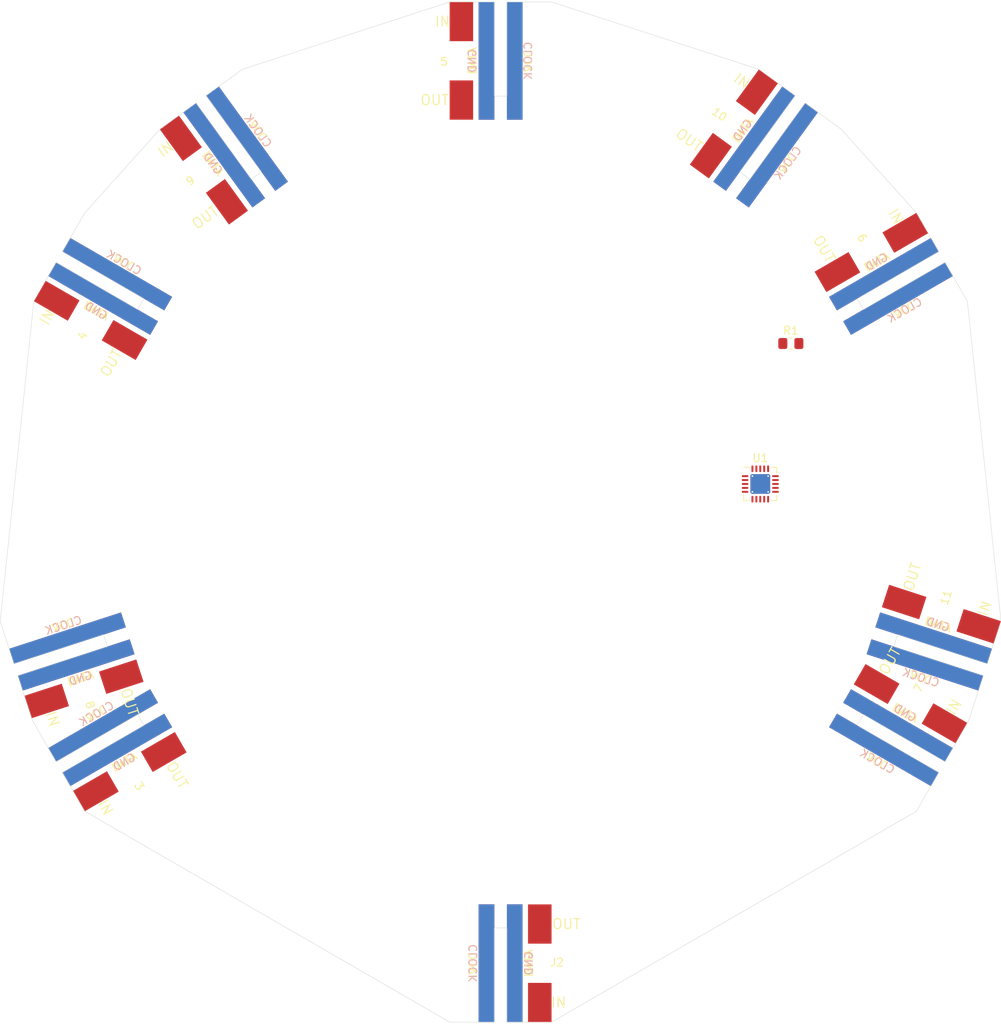
<source format=kicad_pcb>
(kicad_pcb (version 20171130) (host pcbnew 6.0.0-rc1-unknown-r14474-ae6989f3)

  (general
    (thickness 1.6)
    (drawings 9)
    (tracks 0)
    (zones 0)
    (modules 6)
    (nets 21)
  )

  (page A4)
  (layers
    (0 F.Cu signal)
    (31 B.Cu signal)
    (32 B.Adhes user)
    (33 F.Adhes user)
    (34 B.Paste user)
    (35 F.Paste user)
    (36 B.SilkS user)
    (37 F.SilkS user)
    (38 B.Mask user)
    (39 F.Mask user)
    (40 Dwgs.User user)
    (41 Cmts.User user)
    (42 Eco1.User user)
    (43 Eco2.User user)
    (44 Edge.Cuts user)
    (45 Margin user)
    (46 B.CrtYd user)
    (47 F.CrtYd user)
    (48 B.Fab user)
    (49 F.Fab user)
  )

  (setup
    (last_trace_width 0.25)
    (trace_clearance 0.2)
    (zone_clearance 0.508)
    (zone_45_only no)
    (trace_min 0.2)
    (via_size 0.8)
    (via_drill 0.4)
    (via_min_size 0.4)
    (via_min_drill 0.3)
    (uvia_size 0.3)
    (uvia_drill 0.1)
    (uvias_allowed no)
    (uvia_min_size 0.2)
    (uvia_min_drill 0.1)
    (edge_width 0.05)
    (segment_width 0.2)
    (pcb_text_width 0.3)
    (pcb_text_size 1.5 1.5)
    (mod_edge_width 0.12)
    (mod_text_size 1 1)
    (mod_text_width 0.15)
    (pad_size 1.524 1.524)
    (pad_drill 0.762)
    (pad_to_mask_clearance 0.051)
    (solder_mask_min_width 0.25)
    (aux_axis_origin 0 0)
    (visible_elements FFFFFF7F)
    (pcbplotparams
      (layerselection 0x010fc_ffffffff)
      (usegerberextensions false)
      (usegerberattributes false)
      (usegerberadvancedattributes false)
      (creategerberjobfile false)
      (excludeedgelayer true)
      (linewidth 0.100000)
      (plotframeref false)
      (viasonmask false)
      (mode 1)
      (useauxorigin false)
      (hpglpennumber 1)
      (hpglpenspeed 20)
      (hpglpendiameter 15.000000)
      (psnegative false)
      (psa4output false)
      (plotreference true)
      (plotvalue true)
      (plotinvisibletext false)
      (padsonsilk false)
      (subtractmaskfromsilk false)
      (outputformat 1)
      (mirror false)
      (drillshape 1)
      (scaleselection 1)
      (outputdirectory ""))
  )

  (net 0 "")
  (net 1 /Clock)
  (net 2 /Data_Out)
  (net 3 /Data_In)
  (net 4 /Reset)
  (net 5 GND)
  (net 6 +5V)
  (net 7 "Net-(U1-Pad2)")
  (net 8 "Net-(U1-Pad3)")
  (net 9 "Net-(U1-Pad4)")
  (net 10 "Net-(U1-Pad5)")
  (net 11 "Net-(U1-Pad6)")
  (net 12 "Net-(U1-Pad7)")
  (net 13 "Net-(U1-Pad10)")
  (net 14 "Net-(U1-Pad11)")
  (net 15 "Net-(U1-Pad12)")
  (net 16 "Net-(U1-Pad14)")
  (net 17 "Net-(U1-Pad15)")
  (net 18 "Net-(U1-Pad17)")
  (net 19 "Net-(U1-Pad18)")
  (net 20 "Net-(U1-Pad19)")

  (net_class Default "This is the default net class."
    (clearance 0.2)
    (trace_width 0.25)
    (via_dia 0.8)
    (via_drill 0.4)
    (uvia_dia 0.3)
    (uvia_drill 0.1)
    (add_net +5V)
    (add_net /Clock)
    (add_net /Data_In)
    (add_net /Data_Out)
    (add_net /Reset)
    (add_net GND)
    (add_net "Net-(U1-Pad10)")
    (add_net "Net-(U1-Pad11)")
    (add_net "Net-(U1-Pad12)")
    (add_net "Net-(U1-Pad14)")
    (add_net "Net-(U1-Pad15)")
    (add_net "Net-(U1-Pad17)")
    (add_net "Net-(U1-Pad18)")
    (add_net "Net-(U1-Pad19)")
    (add_net "Net-(U1-Pad2)")
    (add_net "Net-(U1-Pad3)")
    (add_net "Net-(U1-Pad4)")
    (add_net "Net-(U1-Pad5)")
    (add_net "Net-(U1-Pad6)")
    (add_net "Net-(U1-Pad7)")
  )

  (module local:Geodesic_Hub_Connector (layer F.Cu) (tedit 5BF502A2) (tstamp 5BF55C7D)
    (at 148.00 170.00 0.00)
    (path /5BFD6EE3)
    (fp_text reference J2 (at 7.2 -7.6 0.00) (layer F.SilkS)
      (effects (font (size 1 1) (thickness 0.15)))
    )
    (fp_text value Base (at 0 -16 0.00) (layer F.Fab)
      (effects (font (size 1 1) (thickness 0.15)))
    )
    (fp_text user IN (at 7.4 -2.5 0.00) (layer F.SilkS)
      (effects (font (size 1.27 1.27) (thickness 0.15)))
    )
    (fp_text user OUT (at 8.4 -12.5 0.00) (layer F.SilkS)
      (effects (font (size 1.27 1.27) (thickness 0.15)))
    )
    (fp_text user VCC (at -3.5 -7.5 90.00) (layer F.SilkS)
      (effects (font (size 1 1) (thickness 0.15)))
    )
    (fp_text user DATA (at 3.6 -7.5 90.00) (layer F.SilkS)
      (effects (font (size 1 1) (thickness 0.15)))
    )
    (fp_text user GND (at 3.6 -7.5 90.00) (layer B.SilkS)
      (effects (font (size 1 1) (thickness 0.15)) (justify mirror))
    )
    (fp_text user CLOCK (at -3.5 -7.5 90.00) (layer B.SilkS)
      (effects (font (size 1 1) (thickness 0.15)) (justify mirror))
    )
    (pad 5 smd rect (at 1.8 -7.5 0.00) (size 2 15) (layers B.Cu B.Paste B.Mask)
      (net 5 GND))
    (pad 4 smd rect (at 5 -12.5 0.00) (size 3 5) (layers F.Cu F.Paste F.Mask)
      (net 2 /Data_Out))
    (pad 3 smd rect (at 5 -2.5 0.00) (size 3 5) (layers F.Cu F.Paste F.Mask)
      (net 3 /Data_In))
    (pad 2 smd rect (at -1.8 -7.5 0.00) (size 2 15) (layers B.Cu B.Paste B.Mask)
      (net 1 /Clock))
    (pad 1 smd rect (at -1.8 -7.5 0.00) (size 2 15) (layers F.Cu F.Paste F.Mask)
      (net 6 +5V))
    (pad 3 smd rect (at 1.8 -7.5 0.00) (size 2 15) (layers F.Cu F.Paste F.Mask)
      (net 3 /Data_In))
  )

  (module local:Geodesic_Hub_Connector (layer F.Cu) (tedit 5BF502A2) (tstamp 5BF55C7D)
    (at 91.71 137.50 300.00)
    (path /5BFD6EE3)
    (fp_text reference 3 (at 7.2 -7.6 300.00) (layer F.SilkS)
      (effects (font (size 1 1) (thickness 0.15)))
    )
    (fp_text value Hexagon (at 0 -16 300.00) (layer F.Fab)
      (effects (font (size 1 1) (thickness 0.15)))
    )
    (fp_text user IN (at 7.4 -2.5 300.00) (layer F.SilkS)
      (effects (font (size 1.27 1.27) (thickness 0.15)))
    )
    (fp_text user OUT (at 8.4 -12.5 300.00) (layer F.SilkS)
      (effects (font (size 1.27 1.27) (thickness 0.15)))
    )
    (fp_text user VCC (at -3.5 -7.5 390.00) (layer F.SilkS)
      (effects (font (size 1 1) (thickness 0.15)))
    )
    (fp_text user DATA (at 3.6 -7.5 390.00) (layer F.SilkS)
      (effects (font (size 1 1) (thickness 0.15)))
    )
    (fp_text user GND (at 3.6 -7.5 390.00) (layer B.SilkS)
      (effects (font (size 1 1) (thickness 0.15)) (justify mirror))
    )
    (fp_text user CLOCK (at -3.5 -7.5 390.00) (layer B.SilkS)
      (effects (font (size 1 1) (thickness 0.15)) (justify mirror))
    )
    (pad 5 smd rect (at 1.8 -7.5 300.00) (size 2 15) (layers B.Cu B.Paste B.Mask)
      (net 5 GND))
    (pad 4 smd rect (at 5 -12.5 300.00) (size 3 5) (layers F.Cu F.Paste F.Mask)
      (net 2 /Data_Out))
    (pad 3 smd rect (at 5 -2.5 300.00) (size 3 5) (layers F.Cu F.Paste F.Mask)
      (net 3 /Data_In))
    (pad 2 smd rect (at -1.8 -7.5 300.00) (size 2 15) (layers B.Cu B.Paste B.Mask)
      (net 1 /Clock))
    (pad 1 smd rect (at -1.8 -7.5 300.00) (size 2 15) (layers F.Cu F.Paste F.Mask)
      (net 6 +5V))
    (pad 3 smd rect (at 1.8 -7.5 300.00) (size 2 15) (layers F.Cu F.Paste F.Mask)
      (net 3 /Data_In))
  )

  (module local:Geodesic_Hub_Connector (layer F.Cu) (tedit 5BF502A2) (tstamp 5BF55C7D)
    (at 91.71 72.50 240.00)
    (path /5BFD6EE3)
    (fp_text reference 4 (at 7.2 -7.6 240.00) (layer F.SilkS)
      (effects (font (size 1 1) (thickness 0.15)))
    )
    (fp_text value Hexagon (at 0 -16 240.00) (layer F.Fab)
      (effects (font (size 1 1) (thickness 0.15)))
    )
    (fp_text user IN (at 7.4 -2.5 240.00) (layer F.SilkS)
      (effects (font (size 1.27 1.27) (thickness 0.15)))
    )
    (fp_text user OUT (at 8.4 -12.5 240.00) (layer F.SilkS)
      (effects (font (size 1.27 1.27) (thickness 0.15)))
    )
    (fp_text user VCC (at -3.5 -7.5 330.00) (layer F.SilkS)
      (effects (font (size 1 1) (thickness 0.15)))
    )
    (fp_text user DATA (at 3.6 -7.5 330.00) (layer F.SilkS)
      (effects (font (size 1 1) (thickness 0.15)))
    )
    (fp_text user GND (at 3.6 -7.5 330.00) (layer B.SilkS)
      (effects (font (size 1 1) (thickness 0.15)) (justify mirror))
    )
    (fp_text user CLOCK (at -3.5 -7.5 330.00) (layer B.SilkS)
      (effects (font (size 1 1) (thickness 0.15)) (justify mirror))
    )
    (pad 5 smd rect (at 1.8 -7.5 240.00) (size 2 15) (layers B.Cu B.Paste B.Mask)
      (net 5 GND))
    (pad 4 smd rect (at 5 -12.5 240.00) (size 3 5) (layers F.Cu F.Paste F.Mask)
      (net 2 /Data_Out))
    (pad 3 smd rect (at 5 -2.5 240.00) (size 3 5) (layers F.Cu F.Paste F.Mask)
      (net 3 /Data_In))
    (pad 2 smd rect (at -1.8 -7.5 240.00) (size 2 15) (layers B.Cu B.Paste B.Mask)
      (net 1 /Clock))
    (pad 1 smd rect (at -1.8 -7.5 240.00) (size 2 15) (layers F.Cu F.Paste F.Mask)
      (net 6 +5V))
    (pad 3 smd rect (at 1.8 -7.5 240.00) (size 2 15) (layers F.Cu F.Paste F.Mask)
      (net 3 /Data_In))
  )

  (module local:Geodesic_Hub_Connector (layer F.Cu) (tedit 5BF502A2) (tstamp 5BF55C7D)
    (at 148.00 40.00 180.00)
    (path /5BFD6EE3)
    (fp_text reference 5 (at 7.2 -7.6 180.00) (layer F.SilkS)
      (effects (font (size 1 1) (thickness 0.15)))
    )
    (fp_text value Hexagon (at 0 -16 180.00) (layer F.Fab)
      (effects (font (size 1 1) (thickness 0.15)))
    )
    (fp_text user IN (at 7.4 -2.5 180.00) (layer F.SilkS)
      (effects (font (size 1.27 1.27) (thickness 0.15)))
    )
    (fp_text user OUT (at 8.4 -12.5 180.00) (layer F.SilkS)
      (effects (font (size 1.27 1.27) (thickness 0.15)))
    )
    (fp_text user VCC (at -3.5 -7.5 270.00) (layer F.SilkS)
      (effects (font (size 1 1) (thickness 0.15)))
    )
    (fp_text user DATA (at 3.6 -7.5 270.00) (layer F.SilkS)
      (effects (font (size 1 1) (thickness 0.15)))
    )
    (fp_text user GND (at 3.6 -7.5 270.00) (layer B.SilkS)
      (effects (font (size 1 1) (thickness 0.15)) (justify mirror))
    )
    (fp_text user CLOCK (at -3.5 -7.5 270.00) (layer B.SilkS)
      (effects (font (size 1 1) (thickness 0.15)) (justify mirror))
    )
    (pad 5 smd rect (at 1.8 -7.5 180.00) (size 2 15) (layers B.Cu B.Paste B.Mask)
      (net 5 GND))
    (pad 4 smd rect (at 5 -12.5 180.00) (size 3 5) (layers F.Cu F.Paste F.Mask)
      (net 2 /Data_Out))
    (pad 3 smd rect (at 5 -2.5 180.00) (size 3 5) (layers F.Cu F.Paste F.Mask)
      (net 3 /Data_In))
    (pad 2 smd rect (at -1.8 -7.5 180.00) (size 2 15) (layers B.Cu B.Paste B.Mask)
      (net 1 /Clock))
    (pad 1 smd rect (at -1.8 -7.5 180.00) (size 2 15) (layers F.Cu F.Paste F.Mask)
      (net 6 +5V))
    (pad 3 smd rect (at 1.8 -7.5 180.00) (size 2 15) (layers F.Cu F.Paste F.Mask)
      (net 3 /Data_In))
  )

  (module local:Geodesic_Hub_Connector (layer F.Cu) (tedit 5BF502A2) (tstamp 5BF55C7D)
    (at 204.29 72.50 120.00)
    (path /5BFD6EE3)
    (fp_text reference 6 (at 7.2 -7.6 120.00) (layer F.SilkS)
      (effects (font (size 1 1) (thickness 0.15)))
    )
    (fp_text value Hexagon (at 0 -16 120.00) (layer F.Fab)
      (effects (font (size 1 1) (thickness 0.15)))
    )
    (fp_text user IN (at 7.4 -2.5 120.00) (layer F.SilkS)
      (effects (font (size 1.27 1.27) (thickness 0.15)))
    )
    (fp_text user OUT (at 8.4 -12.5 120.00) (layer F.SilkS)
      (effects (font (size 1.27 1.27) (thickness 0.15)))
    )
    (fp_text user VCC (at -3.5 -7.5 210.00) (layer F.SilkS)
      (effects (font (size 1 1) (thickness 0.15)))
    )
    (fp_text user DATA (at 3.6 -7.5 210.00) (layer F.SilkS)
      (effects (font (size 1 1) (thickness 0.15)))
    )
    (fp_text user GND (at 3.6 -7.5 210.00) (layer B.SilkS)
      (effects (font (size 1 1) (thickness 0.15)) (justify mirror))
    )
    (fp_text user CLOCK (at -3.5 -7.5 210.00) (layer B.SilkS)
      (effects (font (size 1 1) (thickness 0.15)) (justify mirror))
    )
    (pad 5 smd rect (at 1.8 -7.5 120.00) (size 2 15) (layers B.Cu B.Paste B.Mask)
      (net 5 GND))
    (pad 4 smd rect (at 5 -12.5 120.00) (size 3 5) (layers F.Cu F.Paste F.Mask)
      (net 2 /Data_Out))
    (pad 3 smd rect (at 5 -2.5 120.00) (size 3 5) (layers F.Cu F.Paste F.Mask)
      (net 3 /Data_In))
    (pad 2 smd rect (at -1.8 -7.5 120.00) (size 2 15) (layers B.Cu B.Paste B.Mask)
      (net 1 /Clock))
    (pad 1 smd rect (at -1.8 -7.5 120.00) (size 2 15) (layers F.Cu F.Paste F.Mask)
      (net 6 +5V))
    (pad 3 smd rect (at 1.8 -7.5 120.00) (size 2 15) (layers F.Cu F.Paste F.Mask)
      (net 3 /Data_In))
  )

  (module local:Geodesic_Hub_Connector (layer F.Cu) (tedit 5BF502A2) (tstamp 5BF55C7D)
    (at 204.29 137.50 60.00)
    (path /5BFD6EE3)
    (fp_text reference 7 (at 7.2 -7.6 60.00) (layer F.SilkS)
      (effects (font (size 1 1) (thickness 0.15)))
    )
    (fp_text value Hexagon (at 0 -16 60.00) (layer F.Fab)
      (effects (font (size 1 1) (thickness 0.15)))
    )
    (fp_text user IN (at 7.4 -2.5 60.00) (layer F.SilkS)
      (effects (font (size 1.27 1.27) (thickness 0.15)))
    )
    (fp_text user OUT (at 8.4 -12.5 60.00) (layer F.SilkS)
      (effects (font (size 1.27 1.27) (thickness 0.15)))
    )
    (fp_text user VCC (at -3.5 -7.5 150.00) (layer F.SilkS)
      (effects (font (size 1 1) (thickness 0.15)))
    )
    (fp_text user DATA (at 3.6 -7.5 150.00) (layer F.SilkS)
      (effects (font (size 1 1) (thickness 0.15)))
    )
    (fp_text user GND (at 3.6 -7.5 150.00) (layer B.SilkS)
      (effects (font (size 1 1) (thickness 0.15)) (justify mirror))
    )
    (fp_text user CLOCK (at -3.5 -7.5 150.00) (layer B.SilkS)
      (effects (font (size 1 1) (thickness 0.15)) (justify mirror))
    )
    (pad 5 smd rect (at 1.8 -7.5 60.00) (size 2 15) (layers B.Cu B.Paste B.Mask)
      (net 5 GND))
    (pad 4 smd rect (at 5 -12.5 60.00) (size 3 5) (layers F.Cu F.Paste F.Mask)
      (net 2 /Data_Out))
    (pad 3 smd rect (at 5 -2.5 60.00) (size 3 5) (layers F.Cu F.Paste F.Mask)
      (net 3 /Data_In))
    (pad 2 smd rect (at -1.8 -7.5 60.00) (size 2 15) (layers B.Cu B.Paste B.Mask)
      (net 1 /Clock))
    (pad 1 smd rect (at -1.8 -7.5 60.00) (size 2 15) (layers F.Cu F.Paste F.Mask)
      (net 6 +5V))
    (pad 3 smd rect (at 1.8 -7.5 60.00) (size 2 15) (layers F.Cu F.Paste F.Mask)
      (net 3 /Data_In))
  )

  (module local:Geodesic_Hub_Connector (layer F.Cu) (tedit 5BF502A2) (tstamp 5BF55C7D)
    (at 86.18 125.09 288.00)
    (path /5BFD6EE3)
    (fp_text reference 8 (at 7.2 -7.6 288.00) (layer F.SilkS)
      (effects (font (size 1 1) (thickness 0.15)))
    )
    (fp_text value Pentagon (at 0 -16 288.00) (layer F.Fab)
      (effects (font (size 1 1) (thickness 0.15)))
    )
    (fp_text user IN (at 7.4 -2.5 288.00) (layer F.SilkS)
      (effects (font (size 1.27 1.27) (thickness 0.15)))
    )
    (fp_text user OUT (at 8.4 -12.5 288.00) (layer F.SilkS)
      (effects (font (size 1.27 1.27) (thickness 0.15)))
    )
    (fp_text user VCC (at -3.5 -7.5 378.00) (layer F.SilkS)
      (effects (font (size 1 1) (thickness 0.15)))
    )
    (fp_text user DATA (at 3.6 -7.5 378.00) (layer F.SilkS)
      (effects (font (size 1 1) (thickness 0.15)))
    )
    (fp_text user GND (at 3.6 -7.5 378.00) (layer B.SilkS)
      (effects (font (size 1 1) (thickness 0.15)) (justify mirror))
    )
    (fp_text user CLOCK (at -3.5 -7.5 378.00) (layer B.SilkS)
      (effects (font (size 1 1) (thickness 0.15)) (justify mirror))
    )
    (pad 5 smd rect (at 1.8 -7.5 288.00) (size 2 15) (layers B.Cu B.Paste B.Mask)
      (net 5 GND))
    (pad 4 smd rect (at 5 -12.5 288.00) (size 3 5) (layers F.Cu F.Paste F.Mask)
      (net 2 /Data_Out))
    (pad 3 smd rect (at 5 -2.5 288.00) (size 3 5) (layers F.Cu F.Paste F.Mask)
      (net 3 /Data_In))
    (pad 2 smd rect (at -1.8 -7.5 288.00) (size 2 15) (layers B.Cu B.Paste B.Mask)
      (net 1 /Clock))
    (pad 1 smd rect (at -1.8 -7.5 288.00) (size 2 15) (layers F.Cu F.Paste F.Mask)
      (net 6 +5V))
    (pad 3 smd rect (at 1.8 -7.5 288.00) (size 2 15) (layers F.Cu F.Paste F.Mask)
      (net 3 /Data_In))
  )

  (module local:Geodesic_Hub_Connector (layer F.Cu) (tedit 5BF502A2) (tstamp 5BF55C7D)
    (at 109.79 52.41 216.00)
    (path /5BFD6EE3)
    (fp_text reference 9 (at 7.2 -7.6 216.00) (layer F.SilkS)
      (effects (font (size 1 1) (thickness 0.15)))
    )
    (fp_text value Pentagon (at 0 -16 216.00) (layer F.Fab)
      (effects (font (size 1 1) (thickness 0.15)))
    )
    (fp_text user IN (at 7.4 -2.5 216.00) (layer F.SilkS)
      (effects (font (size 1.27 1.27) (thickness 0.15)))
    )
    (fp_text user OUT (at 8.4 -12.5 216.00) (layer F.SilkS)
      (effects (font (size 1.27 1.27) (thickness 0.15)))
    )
    (fp_text user VCC (at -3.5 -7.5 306.00) (layer F.SilkS)
      (effects (font (size 1 1) (thickness 0.15)))
    )
    (fp_text user DATA (at 3.6 -7.5 306.00) (layer F.SilkS)
      (effects (font (size 1 1) (thickness 0.15)))
    )
    (fp_text user GND (at 3.6 -7.5 306.00) (layer B.SilkS)
      (effects (font (size 1 1) (thickness 0.15)) (justify mirror))
    )
    (fp_text user CLOCK (at -3.5 -7.5 306.00) (layer B.SilkS)
      (effects (font (size 1 1) (thickness 0.15)) (justify mirror))
    )
    (pad 5 smd rect (at 1.8 -7.5 216.00) (size 2 15) (layers B.Cu B.Paste B.Mask)
      (net 5 GND))
    (pad 4 smd rect (at 5 -12.5 216.00) (size 3 5) (layers F.Cu F.Paste F.Mask)
      (net 2 /Data_Out))
    (pad 3 smd rect (at 5 -2.5 216.00) (size 3 5) (layers F.Cu F.Paste F.Mask)
      (net 3 /Data_In))
    (pad 2 smd rect (at -1.8 -7.5 216.00) (size 2 15) (layers B.Cu B.Paste B.Mask)
      (net 1 /Clock))
    (pad 1 smd rect (at -1.8 -7.5 216.00) (size 2 15) (layers F.Cu F.Paste F.Mask)
      (net 6 +5V))
    (pad 3 smd rect (at 1.8 -7.5 216.00) (size 2 15) (layers F.Cu F.Paste F.Mask)
      (net 3 /Data_In))
  )

  (module local:Geodesic_Hub_Connector (layer F.Cu) (tedit 5BF502A2) (tstamp 5BF55C7D)
    (at 186.21 52.41 144.00)
    (path /5BFD6EE3)
    (fp_text reference 10 (at 7.2 -7.6 144.00) (layer F.SilkS)
      (effects (font (size 1 1) (thickness 0.15)))
    )
    (fp_text value Pentagon (at 0 -16 144.00) (layer F.Fab)
      (effects (font (size 1 1) (thickness 0.15)))
    )
    (fp_text user IN (at 7.4 -2.5 144.00) (layer F.SilkS)
      (effects (font (size 1.27 1.27) (thickness 0.15)))
    )
    (fp_text user OUT (at 8.4 -12.5 144.00) (layer F.SilkS)
      (effects (font (size 1.27 1.27) (thickness 0.15)))
    )
    (fp_text user VCC (at -3.5 -7.5 234.00) (layer F.SilkS)
      (effects (font (size 1 1) (thickness 0.15)))
    )
    (fp_text user DATA (at 3.6 -7.5 234.00) (layer F.SilkS)
      (effects (font (size 1 1) (thickness 0.15)))
    )
    (fp_text user GND (at 3.6 -7.5 234.00) (layer B.SilkS)
      (effects (font (size 1 1) (thickness 0.15)) (justify mirror))
    )
    (fp_text user CLOCK (at -3.5 -7.5 234.00) (layer B.SilkS)
      (effects (font (size 1 1) (thickness 0.15)) (justify mirror))
    )
    (pad 5 smd rect (at 1.8 -7.5 144.00) (size 2 15) (layers B.Cu B.Paste B.Mask)
      (net 5 GND))
    (pad 4 smd rect (at 5 -12.5 144.00) (size 3 5) (layers F.Cu F.Paste F.Mask)
      (net 2 /Data_Out))
    (pad 3 smd rect (at 5 -2.5 144.00) (size 3 5) (layers F.Cu F.Paste F.Mask)
      (net 3 /Data_In))
    (pad 2 smd rect (at -1.8 -7.5 144.00) (size 2 15) (layers B.Cu B.Paste B.Mask)
      (net 1 /Clock))
    (pad 1 smd rect (at -1.8 -7.5 144.00) (size 2 15) (layers F.Cu F.Paste F.Mask)
      (net 6 +5V))
    (pad 3 smd rect (at 1.8 -7.5 144.00) (size 2 15) (layers F.Cu F.Paste F.Mask)
      (net 3 /Data_In))
  )

  (module local:Geodesic_Hub_Connector (layer F.Cu) (tedit 5BF502A2) (tstamp 5BF55C7D)
    (at 209.82 125.09 72.00)
    (path /5BFD6EE3)
    (fp_text reference 11 (at 7.2 -7.6 72.00) (layer F.SilkS)
      (effects (font (size 1 1) (thickness 0.15)))
    )
    (fp_text value Pentagon (at 0 -16 72.00) (layer F.Fab)
      (effects (font (size 1 1) (thickness 0.15)))
    )
    (fp_text user IN (at 7.4 -2.5 72.00) (layer F.SilkS)
      (effects (font (size 1.27 1.27) (thickness 0.15)))
    )
    (fp_text user OUT (at 8.4 -12.5 72.00) (layer F.SilkS)
      (effects (font (size 1.27 1.27) (thickness 0.15)))
    )
    (fp_text user VCC (at -3.5 -7.5 162.00) (layer F.SilkS)
      (effects (font (size 1 1) (thickness 0.15)))
    )
    (fp_text user DATA (at 3.6 -7.5 162.00) (layer F.SilkS)
      (effects (font (size 1 1) (thickness 0.15)))
    )
    (fp_text user GND (at 3.6 -7.5 162.00) (layer B.SilkS)
      (effects (font (size 1 1) (thickness 0.15)) (justify mirror))
    )
    (fp_text user CLOCK (at -3.5 -7.5 162.00) (layer B.SilkS)
      (effects (font (size 1 1) (thickness 0.15)) (justify mirror))
    )
    (pad 5 smd rect (at 1.8 -7.5 72.00) (size 2 15) (layers B.Cu B.Paste B.Mask)
      (net 5 GND))
    (pad 4 smd rect (at 5 -12.5 72.00) (size 3 5) (layers F.Cu F.Paste F.Mask)
      (net 2 /Data_Out))
    (pad 3 smd rect (at 5 -2.5 72.00) (size 3 5) (layers F.Cu F.Paste F.Mask)
      (net 3 /Data_In))
    (pad 2 smd rect (at -1.8 -7.5 72.00) (size 2 15) (layers B.Cu B.Paste B.Mask)
      (net 1 /Clock))
    (pad 1 smd rect (at -1.8 -7.5 72.00) (size 2 15) (layers F.Cu F.Paste F.Mask)
      (net 6 +5V))
    (pad 3 smd rect (at 1.8 -7.5 72.00) (size 2 15) (layers F.Cu F.Paste F.Mask)
      (net 3 /Data_In))
  )

  (gr_line (start 94.96 143.13) (end 141.50 170.00) (layer Edge.Cuts) (width 0.05))
  (gr_line (start 141.50 170.00) (end 147.20 170.00) (layer Edge.Cuts) (width 0.05))
  (gr_line (start 147.20 170.00) (end 147.20 158.00) (layer Edge.Cuts) (width 0.05))
  (gr_line (start 147.20 158.00) (end 148.80 158.00) (layer Edge.Cuts) (width 0.05))
  (gr_line (start 148.80 158.00) (end 148.80 170.00) (layer Edge.Cuts) (width 0.05))
  (gr_line (start 148.80 170.00) (end 154.50 170.00) (layer Edge.Cuts) (width 0.05))
  (gr_line (start 154.50 170.00) (end 201.04 143.13) (layer Edge.Cuts) (width 0.05))
  (gr_line (start 201.04 143.13) (end 203.89 138.19) (layer Edge.Cuts) (width 0.05))
  (gr_line (start 203.89 138.19) (end 193.50 132.19) (layer Edge.Cuts) (width 0.05))
  (gr_line (start 193.50 132.19) (end 194.30 130.81) (layer Edge.Cuts) (width 0.05))
  (gr_line (start 194.30 130.81) (end 204.69 136.81) (layer Edge.Cuts) (width 0.05))
  (gr_line (start 204.69 136.81) (end 207.54 131.87) (layer Edge.Cuts) (width 0.05))
  (gr_line (start 207.54 131.87) (end 207.81 131.27) (layer Edge.Cuts) (width 0.05))
  (gr_line (start 207.81 131.27) (end 209.57 125.85) (layer Edge.Cuts) (width 0.05))
  (gr_line (start 209.57 125.85) (end 198.16 122.14) (layer Edge.Cuts) (width 0.05))
  (gr_line (start 198.16 122.14) (end 198.65 120.62) (layer Edge.Cuts) (width 0.05))
  (gr_line (start 198.65 120.62) (end 210.07 124.33) (layer Edge.Cuts) (width 0.05))
  (gr_line (start 210.07 124.33) (end 211.83 118.90) (layer Edge.Cuts) (width 0.05))
  (gr_line (start 211.83 118.90) (end 207.54 78.13) (layer Edge.Cuts) (width 0.05))
  (gr_line (start 207.54 78.13) (end 204.69 73.19) (layer Edge.Cuts) (width 0.05))
  (gr_line (start 204.69 73.19) (end 194.30 79.19) (layer Edge.Cuts) (width 0.05))
  (gr_line (start 194.30 79.19) (end 193.50 77.81) (layer Edge.Cuts) (width 0.05))
  (gr_line (start 193.50 77.81) (end 203.89 71.81) (layer Edge.Cuts) (width 0.05))
  (gr_line (start 203.89 71.81) (end 201.04 66.87) (layer Edge.Cuts) (width 0.05))
  (gr_line (start 201.04 66.87) (end 191.46 56.23) (layer Edge.Cuts) (width 0.05))
  (gr_line (start 191.46 56.23) (end 186.85 52.88) (layer Edge.Cuts) (width 0.05))
  (gr_line (start 186.85 52.88) (end 179.80 62.59) (layer Edge.Cuts) (width 0.05))
  (gr_line (start 179.80 62.59) (end 178.51 61.65) (layer Edge.Cuts) (width 0.05))
  (gr_line (start 178.51 61.65) (end 185.56 51.94) (layer Edge.Cuts) (width 0.05))
  (gr_line (start 185.56 51.94) (end 180.95 48.59) (layer Edge.Cuts) (width 0.05))
  (gr_line (start 180.95 48.59) (end 154.50 40.00) (layer Edge.Cuts) (width 0.05))
  (gr_line (start 154.50 40.00) (end 148.80 40.00) (layer Edge.Cuts) (width 0.05))
  (gr_line (start 148.80 40.00) (end 148.80 52.00) (layer Edge.Cuts) (width 0.05))
  (gr_line (start 148.80 52.00) (end 147.20 52.00) (layer Edge.Cuts) (width 0.05))
  (gr_line (start 147.20 52.00) (end 147.20 40.00) (layer Edge.Cuts) (width 0.05))
  (gr_line (start 147.20 40.00) (end 141.50 40.00) (layer Edge.Cuts) (width 0.05))
  (gr_line (start 141.50 40.00) (end 115.05 48.59) (layer Edge.Cuts) (width 0.05))
  (gr_line (start 115.05 48.59) (end 110.44 51.94) (layer Edge.Cuts) (width 0.05))
  (gr_line (start 110.44 51.94) (end 117.49 61.65) (layer Edge.Cuts) (width 0.05))
  (gr_line (start 117.49 61.65) (end 116.20 62.59) (layer Edge.Cuts) (width 0.05))
  (gr_line (start 116.20 62.59) (end 109.15 52.88) (layer Edge.Cuts) (width 0.05))
  (gr_line (start 109.15 52.88) (end 104.54 56.23) (layer Edge.Cuts) (width 0.05))
  (gr_line (start 104.54 56.23) (end 94.96 66.87) (layer Edge.Cuts) (width 0.05))
  (gr_line (start 94.96 66.87) (end 92.11 71.81) (layer Edge.Cuts) (width 0.05))
  (gr_line (start 92.11 71.81) (end 102.50 77.81) (layer Edge.Cuts) (width 0.05))
  (gr_line (start 102.50 77.81) (end 101.70 79.19) (layer Edge.Cuts) (width 0.05))
  (gr_line (start 101.70 79.19) (end 91.31 73.19) (layer Edge.Cuts) (width 0.05))
  (gr_line (start 91.31 73.19) (end 88.46 78.13) (layer Edge.Cuts) (width 0.05))
  (gr_line (start 88.46 78.13) (end 84.17 118.90) (layer Edge.Cuts) (width 0.05))
  (gr_line (start 84.17 118.90) (end 85.93 124.33) (layer Edge.Cuts) (width 0.05))
  (gr_line (start 85.93 124.33) (end 97.35 120.62) (layer Edge.Cuts) (width 0.05))
  (gr_line (start 97.35 120.62) (end 97.84 122.14) (layer Edge.Cuts) (width 0.05))
  (gr_line (start 97.84 122.14) (end 86.43 125.85) (layer Edge.Cuts) (width 0.05))
  (gr_line (start 86.43 125.85) (end 88.19 131.27) (layer Edge.Cuts) (width 0.05))
  (gr_line (start 88.19 131.27) (end 88.46 131.87) (layer Edge.Cuts) (width 0.05))
  (gr_line (start 88.46 131.87) (end 91.31 136.81) (layer Edge.Cuts) (width 0.05))
  (gr_line (start 91.31 136.81) (end 101.70 130.81) (layer Edge.Cuts) (width 0.05))
  (gr_line (start 101.70 130.81) (end 102.50 132.19) (layer Edge.Cuts) (width 0.05))
  (gr_line (start 102.50 132.19) (end 92.11 138.19) (layer Edge.Cuts) (width 0.05))
  (gr_line (start 92.11 138.19) (end 94.96 143.13) (layer Edge.Cuts) (width 0.05))


  (module Resistor_SMD:R_0805_2012Metric_Pad1.15x1.40mm_HandSolder (layer F.Cu) (tedit 5B36C52B) (tstamp 5BF55C8E)
    (at 185.025001 83.525001)
    (descr "Resistor SMD 0805 (2012 Metric), square (rectangular) end terminal, IPC_7351 nominal with elongated pad for handsoldering. (Body size source: https://docs.google.com/spreadsheets/d/1BsfQQcO9C6DZCsRaXUlFlo91Tg2WpOkGARC1WS5S8t0/edit?usp=sharing), generated with kicad-footprint-generator")
    (tags "resistor handsolder")
    (path /5BF9F6A4)
    (attr smd)
    (fp_text reference R1 (at 0 -1.65) (layer F.SilkS)
      (effects (font (size 1 1) (thickness 0.15)))
    )
    (fp_text value 1k (at 0 1.65) (layer F.Fab)
      (effects (font (size 1 1) (thickness 0.15)))
    )
    (fp_line (start -1 0.6) (end -1 -0.6) (layer F.Fab) (width 0.1))
    (fp_line (start -1 -0.6) (end 1 -0.6) (layer F.Fab) (width 0.1))
    (fp_line (start 1 -0.6) (end 1 0.6) (layer F.Fab) (width 0.1))
    (fp_line (start 1 0.6) (end -1 0.6) (layer F.Fab) (width 0.1))
    (fp_line (start -0.261252 -0.71) (end 0.261252 -0.71) (layer F.SilkS) (width 0.12))
    (fp_line (start -0.261252 0.71) (end 0.261252 0.71) (layer F.SilkS) (width 0.12))
    (fp_line (start -1.85 0.95) (end -1.85 -0.95) (layer F.CrtYd) (width 0.05))
    (fp_line (start -1.85 -0.95) (end 1.85 -0.95) (layer F.CrtYd) (width 0.05))
    (fp_line (start 1.85 -0.95) (end 1.85 0.95) (layer F.CrtYd) (width 0.05))
    (fp_line (start 1.85 0.95) (end -1.85 0.95) (layer F.CrtYd) (width 0.05))
    (fp_text user %R (at 0 0) (layer F.Fab)
      (effects (font (size 0.5 0.5) (thickness 0.08)))
    )
    (pad 1 smd roundrect (at -1.025 0) (size 1.15 1.4) (layers F.Cu F.Paste F.Mask) (roundrect_rratio 0.217391)
      (net 6 +5V))
    (pad 2 smd roundrect (at 1.025 0) (size 1.15 1.4) (layers F.Cu F.Paste F.Mask) (roundrect_rratio 0.217391)
      (net 4 /Reset))
    (model ${KISYS3DMOD}/Resistor_SMD.3dshapes/R_0805_2012Metric.wrl
      (at (xyz 0 0 0))
      (scale (xyz 1 1 1))
      (rotate (xyz 0 0 0))
    )
  )

  (module Package_DFN_QFN:QFN-20-1EP_4x4mm_P0.5mm_EP2.5x2.5mm_ThermalVias (layer F.Cu) (tedit 5B4E6D2C) (tstamp 5BF55CC1)
    (at 181.125001 101.425001)
    (descr "QFN, 20 Pin (http://ww1.microchip.com/downloads/en/PackagingSpec/00000049BQ.pdf (Page 274)), generated with kicad-footprint-generator ipc_dfn_qfn_generator.py")
    (tags "QFN DFN_QFN")
    (path /5BF4EA8C)
    (attr smd)
    (fp_text reference U1 (at 0 -3.3) (layer F.SilkS)
      (effects (font (size 1 1) (thickness 0.15)))
    )
    (fp_text value ATtiny24A-MU (at 0 3.3) (layer F.Fab)
      (effects (font (size 1 1) (thickness 0.15)))
    )
    (fp_line (start 1.385 -2.11) (end 2.11 -2.11) (layer F.SilkS) (width 0.12))
    (fp_line (start 2.11 -2.11) (end 2.11 -1.385) (layer F.SilkS) (width 0.12))
    (fp_line (start -1.385 2.11) (end -2.11 2.11) (layer F.SilkS) (width 0.12))
    (fp_line (start -2.11 2.11) (end -2.11 1.385) (layer F.SilkS) (width 0.12))
    (fp_line (start 1.385 2.11) (end 2.11 2.11) (layer F.SilkS) (width 0.12))
    (fp_line (start 2.11 2.11) (end 2.11 1.385) (layer F.SilkS) (width 0.12))
    (fp_line (start -1.385 -2.11) (end -2.11 -2.11) (layer F.SilkS) (width 0.12))
    (fp_line (start -1 -2) (end 2 -2) (layer F.Fab) (width 0.1))
    (fp_line (start 2 -2) (end 2 2) (layer F.Fab) (width 0.1))
    (fp_line (start 2 2) (end -2 2) (layer F.Fab) (width 0.1))
    (fp_line (start -2 2) (end -2 -1) (layer F.Fab) (width 0.1))
    (fp_line (start -2 -1) (end -1 -2) (layer F.Fab) (width 0.1))
    (fp_line (start -2.6 -2.6) (end -2.6 2.6) (layer F.CrtYd) (width 0.05))
    (fp_line (start -2.6 2.6) (end 2.6 2.6) (layer F.CrtYd) (width 0.05))
    (fp_line (start 2.6 2.6) (end 2.6 -2.6) (layer F.CrtYd) (width 0.05))
    (fp_line (start 2.6 -2.6) (end -2.6 -2.6) (layer F.CrtYd) (width 0.05))
    (fp_text user %R (at 0 0) (layer F.Fab)
      (effects (font (size 1 1) (thickness 0.15)))
    )
    (pad 21 smd roundrect (at 0 0) (size 2.5 2.5) (layers F.Cu F.Mask) (roundrect_rratio 0.1)
      (net 5 GND))
    (pad 21 thru_hole circle (at -1 -1) (size 0.5 0.5) (drill 0.2) (layers *.Cu)
      (net 5 GND))
    (pad 21 thru_hole circle (at 1 -1) (size 0.5 0.5) (drill 0.2) (layers *.Cu)
      (net 5 GND))
    (pad 21 thru_hole circle (at -1 1) (size 0.5 0.5) (drill 0.2) (layers *.Cu)
      (net 5 GND))
    (pad 21 thru_hole circle (at 1 1) (size 0.5 0.5) (drill 0.2) (layers *.Cu)
      (net 5 GND))
    (pad 21 smd roundrect (at 0 0) (size 2.5 2.5) (layers B.Cu) (roundrect_rratio 0.1)
      (net 5 GND))
    (pad "" smd roundrect (at -0.625 -0.625) (size 1.08 1.08) (layers F.Paste) (roundrect_rratio 0.231481))
    (pad "" smd roundrect (at -0.625 0.625) (size 1.08 1.08) (layers F.Paste) (roundrect_rratio 0.231481))
    (pad "" smd roundrect (at 0.625 -0.625) (size 1.08 1.08) (layers F.Paste) (roundrect_rratio 0.231481))
    (pad "" smd roundrect (at 0.625 0.625) (size 1.08 1.08) (layers F.Paste) (roundrect_rratio 0.231481))
    (pad 1 smd roundrect (at -1.9375 -1) (size 0.825 0.25) (layers F.Cu F.Paste F.Mask) (roundrect_rratio 0.25)
      (net 1 /Clock))
    (pad 2 smd roundrect (at -1.9375 -0.5) (size 0.825 0.25) (layers F.Cu F.Paste F.Mask) (roundrect_rratio 0.25)
      (net 7 "Net-(U1-Pad2)"))
    (pad 3 smd roundrect (at -1.9375 0) (size 0.825 0.25) (layers F.Cu F.Paste F.Mask) (roundrect_rratio 0.25)
      (net 8 "Net-(U1-Pad3)"))
    (pad 4 smd roundrect (at -1.9375 0.5) (size 0.825 0.25) (layers F.Cu F.Paste F.Mask) (roundrect_rratio 0.25)
      (net 9 "Net-(U1-Pad4)"))
    (pad 5 smd roundrect (at -1.9375 1) (size 0.825 0.25) (layers F.Cu F.Paste F.Mask) (roundrect_rratio 0.25)
      (net 10 "Net-(U1-Pad5)"))
    (pad 6 smd roundrect (at -1 1.9375) (size 0.25 0.825) (layers F.Cu F.Paste F.Mask) (roundrect_rratio 0.25)
      (net 11 "Net-(U1-Pad6)"))
    (pad 7 smd roundrect (at -0.5 1.9375) (size 0.25 0.825) (layers F.Cu F.Paste F.Mask) (roundrect_rratio 0.25)
      (net 12 "Net-(U1-Pad7)"))
    (pad 8 smd roundrect (at 0 1.9375) (size 0.25 0.825) (layers F.Cu F.Paste F.Mask) (roundrect_rratio 0.25)
      (net 5 GND))
    (pad 9 smd roundrect (at 0.5 1.9375) (size 0.25 0.825) (layers F.Cu F.Paste F.Mask) (roundrect_rratio 0.25)
      (net 6 +5V))
    (pad 10 smd roundrect (at 1 1.9375) (size 0.25 0.825) (layers F.Cu F.Paste F.Mask) (roundrect_rratio 0.25)
      (net 13 "Net-(U1-Pad10)"))
    (pad 11 smd roundrect (at 1.9375 1) (size 0.825 0.25) (layers F.Cu F.Paste F.Mask) (roundrect_rratio 0.25)
      (net 14 "Net-(U1-Pad11)"))
    (pad 12 smd roundrect (at 1.9375 0.5) (size 0.825 0.25) (layers F.Cu F.Paste F.Mask) (roundrect_rratio 0.25)
      (net 15 "Net-(U1-Pad12)"))
    (pad 13 smd roundrect (at 1.9375 0) (size 0.825 0.25) (layers F.Cu F.Paste F.Mask) (roundrect_rratio 0.25)
      (net 4 /Reset))
    (pad 14 smd roundrect (at 1.9375 -0.5) (size 0.825 0.25) (layers F.Cu F.Paste F.Mask) (roundrect_rratio 0.25)
      (net 16 "Net-(U1-Pad14)"))
    (pad 15 smd roundrect (at 1.9375 -1) (size 0.825 0.25) (layers F.Cu F.Paste F.Mask) (roundrect_rratio 0.25)
      (net 17 "Net-(U1-Pad15)"))
    (pad 16 smd roundrect (at 1 -1.9375) (size 0.25 0.825) (layers F.Cu F.Paste F.Mask) (roundrect_rratio 0.25)
      (net 3 /Data_In))
    (pad 17 smd roundrect (at 0.5 -1.9375) (size 0.25 0.825) (layers F.Cu F.Paste F.Mask) (roundrect_rratio 0.25)
      (net 18 "Net-(U1-Pad17)"))
    (pad 18 smd roundrect (at 0 -1.9375) (size 0.25 0.825) (layers F.Cu F.Paste F.Mask) (roundrect_rratio 0.25)
      (net 19 "Net-(U1-Pad18)"))
    (pad 19 smd roundrect (at -0.5 -1.9375) (size 0.25 0.825) (layers F.Cu F.Paste F.Mask) (roundrect_rratio 0.25)
      (net 20 "Net-(U1-Pad19)"))
    (pad 20 smd roundrect (at -1 -1.9375) (size 0.25 0.825) (layers F.Cu F.Paste F.Mask) (roundrect_rratio 0.25)
      (net 2 /Data_Out))
    (model ${KISYS3DMOD}/Package_DFN_QFN.3dshapes/QFN-20-1EP_4x4mm_P0.5mm_EP2.5x2.5mm.wrl
      (at (xyz 0 0 0))
      (scale (xyz 1 1 1))
      (rotate (xyz 0 0 0))
    )
  )
)

</source>
